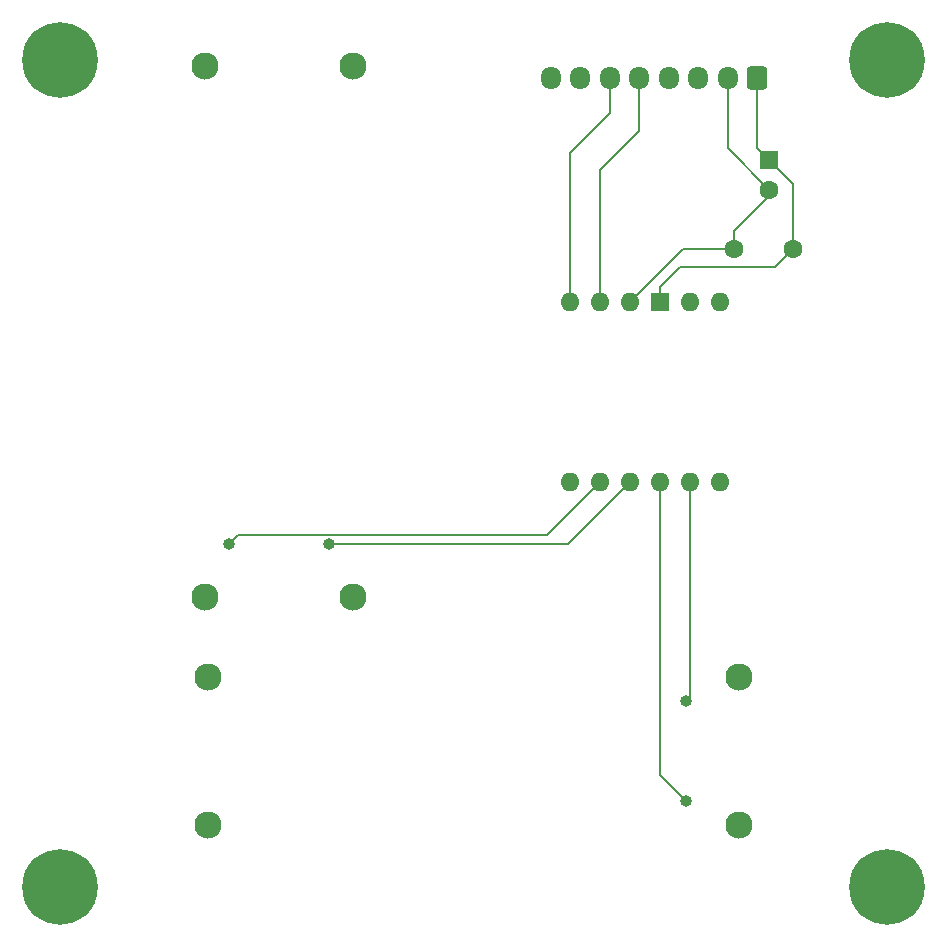
<source format=gbr>
%TF.GenerationSoftware,KiCad,Pcbnew,9.0.4*%
%TF.CreationDate,2025-10-27T02:18:45+05:45*%
%TF.ProjectId,magnetorquer,6d61676e-6574-46f7-9271-7565722e6b69,rev?*%
%TF.SameCoordinates,Original*%
%TF.FileFunction,Copper,L1,Top*%
%TF.FilePolarity,Positive*%
%FSLAX46Y46*%
G04 Gerber Fmt 4.6, Leading zero omitted, Abs format (unit mm)*
G04 Created by KiCad (PCBNEW 9.0.4) date 2025-10-27 02:18:45*
%MOMM*%
%LPD*%
G01*
G04 APERTURE LIST*
G04 Aperture macros list*
%AMRoundRect*
0 Rectangle with rounded corners*
0 $1 Rounding radius*
0 $2 $3 $4 $5 $6 $7 $8 $9 X,Y pos of 4 corners*
0 Add a 4 corners polygon primitive as box body*
4,1,4,$2,$3,$4,$5,$6,$7,$8,$9,$2,$3,0*
0 Add four circle primitives for the rounded corners*
1,1,$1+$1,$2,$3*
1,1,$1+$1,$4,$5*
1,1,$1+$1,$6,$7*
1,1,$1+$1,$8,$9*
0 Add four rect primitives between the rounded corners*
20,1,$1+$1,$2,$3,$4,$5,0*
20,1,$1+$1,$4,$5,$6,$7,0*
20,1,$1+$1,$6,$7,$8,$9,0*
20,1,$1+$1,$8,$9,$2,$3,0*%
G04 Aperture macros list end*
%TA.AperFunction,ComponentPad*%
%ADD10O,1.600000X1.600000*%
%TD*%
%TA.AperFunction,ComponentPad*%
%ADD11R,1.600000X1.600000*%
%TD*%
%TA.AperFunction,ComponentPad*%
%ADD12RoundRect,0.250000X0.600000X0.725000X-0.600000X0.725000X-0.600000X-0.725000X0.600000X-0.725000X0*%
%TD*%
%TA.AperFunction,ComponentPad*%
%ADD13O,1.700000X1.950000*%
%TD*%
%TA.AperFunction,ComponentPad*%
%ADD14RoundRect,0.250000X-0.550000X0.550000X-0.550000X-0.550000X0.550000X-0.550000X0.550000X0.550000X0*%
%TD*%
%TA.AperFunction,ComponentPad*%
%ADD15C,1.600000*%
%TD*%
%TA.AperFunction,ComponentPad*%
%ADD16C,2.300000*%
%TD*%
%TA.AperFunction,ComponentPad*%
%ADD17O,1.000000X1.000000*%
%TD*%
%TA.AperFunction,ComponentPad*%
%ADD18C,0.800000*%
%TD*%
%TA.AperFunction,ComponentPad*%
%ADD19C,6.400000*%
%TD*%
%TA.AperFunction,Conductor*%
%ADD20C,0.200000*%
%TD*%
G04 APERTURE END LIST*
D10*
%TO.P,U1,1,EPP*%
%TO.N,unconnected-(U1-EPP-Pad1)*%
X48150000Y-40730000D03*
%TO.P,U1,2,OUT1*%
%TO.N,Net-(J1-Pin_1)*%
X50690000Y-40730000D03*
%TO.P,U1,3,OUT2*%
%TO.N,Net-(J1-Pin_2)*%
X53230000Y-40730000D03*
%TO.P,U1,4,OUT3*%
%TO.N,Net-(J2-Pin_1)*%
X55770000Y-40730000D03*
%TO.P,U1,5,OUT4*%
%TO.N,Net-(J2-Pin_2)*%
X58310000Y-40730000D03*
%TO.P,U1,6,VLT*%
%TO.N,unconnected-(U1-VLT-Pad6)*%
X60850000Y-40730000D03*
%TO.P,U1,7,IN1*%
%TO.N,Net-(J3-Pin_3)*%
X60850000Y-25490000D03*
%TO.P,U1,8,IN2*%
%TO.N,Net-(J3-Pin_4)*%
X58310000Y-25490000D03*
D11*
%TO.P,U1,9,VCC*%
%TO.N,Net-(J3-Pin_1)*%
X55770000Y-25490000D03*
D10*
%TO.P,U1,10,GND*%
%TO.N,Net-(J3-Pin_2)*%
X53230000Y-25490000D03*
%TO.P,U1,11,INT3*%
%TO.N,Net-(J3-Pin_5)*%
X50690000Y-25490000D03*
%TO.P,U1,12,INT4*%
%TO.N,Net-(J3-Pin_6)*%
X48150000Y-25490000D03*
%TD*%
D12*
%TO.P,J3,1,Pin_1*%
%TO.N,Net-(J3-Pin_1)*%
X64000000Y-6500000D03*
D13*
%TO.P,J3,2,Pin_2*%
%TO.N,Net-(J3-Pin_2)*%
X61500000Y-6500000D03*
%TO.P,J3,3,Pin_3*%
%TO.N,Net-(J3-Pin_3)*%
X59000000Y-6500000D03*
%TO.P,J3,4,Pin_4*%
%TO.N,Net-(J3-Pin_4)*%
X56500000Y-6500000D03*
%TO.P,J3,5,Pin_5*%
%TO.N,Net-(J3-Pin_5)*%
X54000000Y-6500000D03*
%TO.P,J3,6,Pin_6*%
%TO.N,Net-(J3-Pin_6)*%
X51500000Y-6500000D03*
%TO.P,J3,7,Pin_7*%
%TO.N,unconnected-(J3-Pin_7-Pad7)*%
X49000000Y-6500000D03*
%TO.P,J3,8,Pin_8*%
%TO.N,unconnected-(J3-Pin_8-Pad8)*%
X46500000Y-6500000D03*
%TD*%
D14*
%TO.P,C2,1*%
%TO.N,Net-(J3-Pin_1)*%
X65000000Y-13500000D03*
D15*
%TO.P,C2,2*%
%TO.N,Net-(J3-Pin_2)*%
X65000000Y-16000000D03*
%TD*%
%TO.P,C1,1*%
%TO.N,Net-(J3-Pin_1)*%
X67000000Y-21000000D03*
%TO.P,C1,2*%
%TO.N,Net-(J3-Pin_2)*%
X62000000Y-21000000D03*
%TD*%
D16*
%TO.P,J1,*%
%TO.N,*%
X17250000Y-5500000D03*
X17250000Y-50500000D03*
X29750000Y-5500000D03*
X29750000Y-50500000D03*
D17*
%TO.P,J1,1,Pin_1*%
%TO.N,Net-(J1-Pin_1)*%
X19250000Y-46000000D03*
%TO.P,J1,2,Pin_2*%
%TO.N,Net-(J1-Pin_2)*%
X27750000Y-46000000D03*
%TD*%
D16*
%TO.P,J2,*%
%TO.N,*%
X17500000Y-69750000D03*
X62500000Y-69750000D03*
X17500000Y-57250000D03*
X62500000Y-57250000D03*
D17*
%TO.P,J2,1,Pin_1*%
%TO.N,Net-(J2-Pin_1)*%
X58000000Y-67750000D03*
%TO.P,J2,2,Pin_2*%
%TO.N,Net-(J2-Pin_2)*%
X58000000Y-59250000D03*
%TD*%
D18*
%TO.P,REF\u002A\u002A,1*%
%TO.N,N/C*%
X2600000Y-75000000D03*
X3302944Y-73302944D03*
X3302944Y-76697056D03*
X5000000Y-72600000D03*
D19*
X5000000Y-75000000D03*
D18*
X5000000Y-77400000D03*
X6697056Y-73302944D03*
X6697056Y-76697056D03*
X7400000Y-75000000D03*
%TD*%
%TO.P,REF\u002A\u002A,1*%
%TO.N,N/C*%
X72600000Y-5000000D03*
X73302944Y-3302944D03*
X73302944Y-6697056D03*
X75000000Y-2600000D03*
D19*
X75000000Y-5000000D03*
D18*
X75000000Y-7400000D03*
X76697056Y-3302944D03*
X76697056Y-6697056D03*
X77400000Y-5000000D03*
%TD*%
%TO.P,REF\u002A\u002A,1*%
%TO.N,N/C*%
X2600000Y-5000000D03*
X3302944Y-3302944D03*
X3302944Y-6697056D03*
X5000000Y-2600000D03*
D19*
X5000000Y-5000000D03*
D18*
X5000000Y-7400000D03*
X6697056Y-3302944D03*
X6697056Y-6697056D03*
X7400000Y-5000000D03*
%TD*%
%TO.P,REF\u002A\u002A,1*%
%TO.N,N/C*%
X72600000Y-75000000D03*
X73302944Y-73302944D03*
X73302944Y-76697056D03*
X75000000Y-72600000D03*
D19*
X75000000Y-75000000D03*
D18*
X75000000Y-77400000D03*
X76697056Y-73302944D03*
X76697056Y-76697056D03*
X77400000Y-75000000D03*
%TD*%
D20*
%TO.N,Net-(J2-Pin_2)*%
X58310000Y-40730000D02*
X58310000Y-58940000D01*
X58310000Y-58940000D02*
X58000000Y-59250000D01*
%TO.N,Net-(J2-Pin_1)*%
X55770000Y-40730000D02*
X55770000Y-65520000D01*
X55770000Y-65520000D02*
X58000000Y-67750000D01*
%TO.N,Net-(J1-Pin_2)*%
X53230000Y-40730000D02*
X47960000Y-46000000D01*
X47960000Y-46000000D02*
X27750000Y-46000000D01*
%TO.N,Net-(J1-Pin_1)*%
X50690000Y-40730000D02*
X46221000Y-45199000D01*
X20051000Y-45199000D02*
X19250000Y-46000000D01*
X46221000Y-45199000D02*
X20051000Y-45199000D01*
%TO.N,Net-(J3-Pin_5)*%
X54000000Y-6500000D02*
X54000000Y-11000000D01*
X54000000Y-11000000D02*
X50690000Y-14310000D01*
X50690000Y-14310000D02*
X50690000Y-25490000D01*
%TO.N,Net-(J3-Pin_6)*%
X51500000Y-6500000D02*
X51500000Y-9500000D01*
X48150000Y-12850000D02*
X48150000Y-25490000D01*
X51500000Y-9500000D02*
X48150000Y-12850000D01*
%TO.N,Net-(J3-Pin_1)*%
X65500000Y-22500000D02*
X57500000Y-22500000D01*
X67000000Y-21000000D02*
X65500000Y-22500000D01*
X57500000Y-22500000D02*
X55770000Y-24230000D01*
X55770000Y-24230000D02*
X55770000Y-25490000D01*
X65000000Y-13500000D02*
X67000000Y-15500000D01*
X67000000Y-15500000D02*
X67000000Y-21000000D01*
X64000000Y-6500000D02*
X64000000Y-12500000D01*
X64000000Y-12500000D02*
X65000000Y-13500000D01*
%TO.N,Net-(J3-Pin_2)*%
X62000000Y-21000000D02*
X57720000Y-21000000D01*
X57720000Y-21000000D02*
X53230000Y-25490000D01*
X65000000Y-16000000D02*
X65000000Y-16500000D01*
X65000000Y-16500000D02*
X62000000Y-19500000D01*
X62000000Y-19500000D02*
X62000000Y-21000000D01*
X61500000Y-6500000D02*
X61500000Y-12500000D01*
X61500000Y-12500000D02*
X65000000Y-16000000D01*
%TD*%
M02*

</source>
